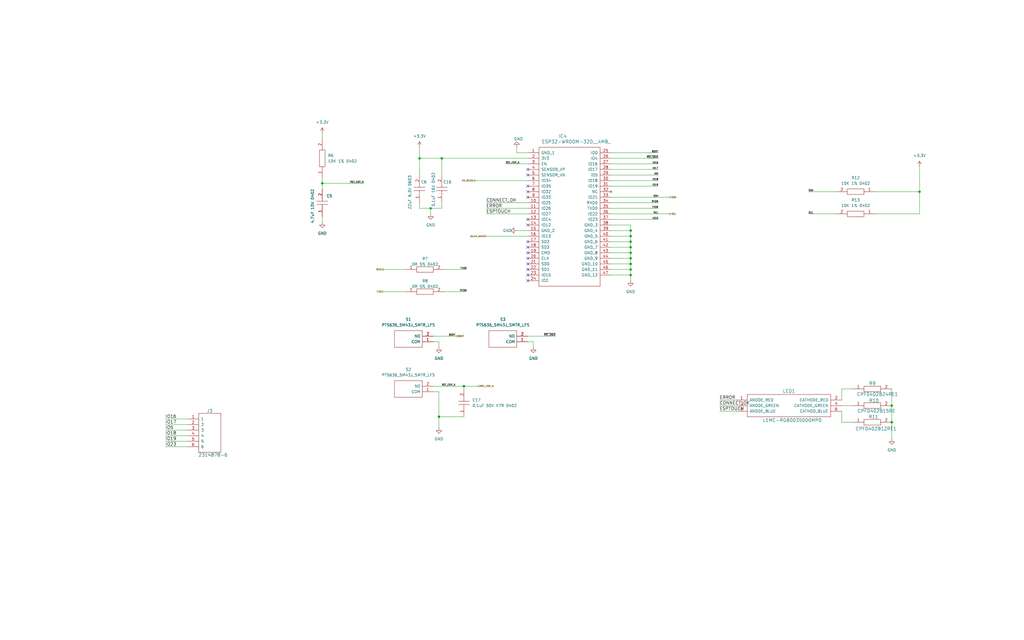
<source format=kicad_sch>
(kicad_sch (version 20211123) (generator eeschema)
  (paper "User" 468.147 292.633)
  (title_block (date "2021-11-15") (rev "v2.0"))
  (lib_symbols
    (symbol "esp32_moisture-eagle-import:2314878-6" (pin_names (offset 1.016))
      (property "Reference" "J" (at 16.51 7.62 0))
      (property "Value" "2314878-6" (at 16.51 5.08 0))
      (symbol "2314878-6_1_0"
        (polyline (pts (xy 5.08 2.54) (xy 5.08 -15.24)))
        (polyline (pts (xy 5.08 2.54) (xy 15.24 2.54)))
        (polyline (pts (xy 15.24 -15.24) (xy 5.08 -15.24)))
        (polyline (pts (xy 15.24 -15.24) (xy 15.24 2.54)))
        (pin bidirectional line (at 0 0 0) (length 5.08) (name "1") (number "1"))
        (pin bidirectional line (at 0 -2.54 0) (length 5.08) (name "2") (number "2"))
        (pin bidirectional line (at 0 -5.08 0) (length 5.08) (name "3") (number "3"))
        (pin bidirectional line (at 0 -7.62 0) (length 5.08) (name "4") (number "4"))
        (pin bidirectional line (at 0 -10.16 0) (length 5.08) (name "5") (number "5"))
        (pin bidirectional line (at 0 -12.7 0) (length 5.08) (name "6") (number "6"))
      )
    )
    (symbol "esp32_moisture-eagle-import:CPF0402B12RE1" (pin_names (offset 1.016))
      (property "Reference" "R" (at 13.97 6.35 0))
      (property "Value" "CPF0402B12RE1" (at 13.97 3.81 0))
      (symbol "CPF0402B12RE1_1_0"
        (polyline (pts (xy 5.08 1.27) (xy 5.08 -1.27)))
        (polyline (pts (xy 5.08 1.27) (xy 12.7 1.27)))
        (polyline (pts (xy 12.7 -1.27) (xy 5.08 -1.27)))
        (polyline (pts (xy 12.7 -1.27) (xy 12.7 1.27)))
        (pin bidirectional line (at 0 0 0) (length 5.08) (name "1") (number "1"))
        (pin bidirectional line (at 17.78 0 180) (length 5.08) (name "2") (number "2"))
      )
    )
    (symbol "esp32_moisture-eagle-import:CPF0402B15RE" (pin_names (offset 1.016))
      (property "Reference" "R" (at 13.97 6.35 0))
      (property "Value" "CPF0402B15RE" (at 13.97 3.81 0))
      (symbol "CPF0402B15RE_1_0"
        (polyline (pts (xy 5.08 1.27) (xy 5.08 -1.27)))
        (polyline (pts (xy 5.08 1.27) (xy 12.7 1.27)))
        (polyline (pts (xy 12.7 -1.27) (xy 5.08 -1.27)))
        (polyline (pts (xy 12.7 -1.27) (xy 12.7 1.27)))
        (pin bidirectional line (at 0 0 0) (length 5.08) (name "1") (number "1"))
        (pin bidirectional line (at 17.78 0 180) (length 5.08) (name "2") (number "2"))
      )
    )
    (symbol "esp32_moisture-eagle-import:CPF0402B24RE1" (pin_names (offset 1.016))
      (property "Reference" "R" (at 13.97 6.35 0))
      (property "Value" "CPF0402B24RE1" (at 13.97 3.81 0))
      (symbol "CPF0402B24RE1_1_0"
        (polyline (pts (xy 5.08 1.27) (xy 5.08 -1.27)))
        (polyline (pts (xy 5.08 1.27) (xy 12.7 1.27)))
        (polyline (pts (xy 12.7 -1.27) (xy 5.08 -1.27)))
        (polyline (pts (xy 12.7 -1.27) (xy 12.7 1.27)))
        (pin bidirectional line (at 0 0 0) (length 5.08) (name "1") (number "1"))
        (pin bidirectional line (at 17.78 0 180) (length 5.08) (name "2") (number "2"))
      )
    )
    (symbol "esp32_moisture-eagle-import:ESP32-WROOM-32D__4MB_" (pin_names (offset 1.016))
      (property "Reference" "IC" (at 34.29 7.62 0))
      (property "Value" "ESP32-WROOM-32D__4MB_" (at 34.29 5.08 0))
      (symbol "ESP32-WROOM-32D__4MB__1_0"
        (polyline (pts (xy 5.08 2.54) (xy 5.08 -60.96)))
        (polyline (pts (xy 5.08 2.54) (xy 33.02 2.54)))
        (polyline (pts (xy 33.02 -60.96) (xy 5.08 -60.96)))
        (polyline (pts (xy 33.02 -60.96) (xy 33.02 2.54)))
        (pin bidirectional line (at 0 0 0) (length 5.08) (name "GND_1") (number "1"))
        (pin bidirectional line (at 0 -22.86 0) (length 5.08) (name "IO25") (number "10"))
        (pin bidirectional line (at 0 -25.4 0) (length 5.08) (name "IO26") (number "11"))
        (pin bidirectional line (at 0 -27.94 0) (length 5.08) (name "IO27") (number "12"))
        (pin bidirectional line (at 0 -30.48 0) (length 5.08) (name "IO14") (number "13"))
        (pin bidirectional line (at 0 -33.02 0) (length 5.08) (name "IO12") (number "14"))
        (pin bidirectional line (at 0 -35.56 0) (length 5.08) (name "GND_2") (number "15"))
        (pin bidirectional line (at 0 -38.1 0) (length 5.08) (name "IO13") (number "16"))
        (pin bidirectional line (at 0 -40.64 0) (length 5.08) (name "SD2") (number "17"))
        (pin bidirectional line (at 0 -43.18 0) (length 5.08) (name "SD3") (number "18"))
        (pin bidirectional line (at 0 -45.72 0) (length 5.08) (name "CMD") (number "19"))
        (pin bidirectional line (at 0 -2.54 0) (length 5.08) (name "3V3") (number "2"))
        (pin bidirectional line (at 0 -48.26 0) (length 5.08) (name "CLK") (number "20"))
        (pin bidirectional line (at 0 -50.8 0) (length 5.08) (name "SD0") (number "21"))
        (pin bidirectional line (at 0 -53.34 0) (length 5.08) (name "SD1") (number "22"))
        (pin bidirectional line (at 0 -55.88 0) (length 5.08) (name "IO15") (number "23"))
        (pin bidirectional line (at 0 -58.42 0) (length 5.08) (name "IO2") (number "24"))
        (pin bidirectional line (at 38.1 0 180) (length 5.08) (name "IO0") (number "25"))
        (pin bidirectional line (at 38.1 -2.54 180) (length 5.08) (name "IO4") (number "26"))
        (pin bidirectional line (at 38.1 -5.08 180) (length 5.08) (name "IO16") (number "27"))
        (pin bidirectional line (at 38.1 -7.62 180) (length 5.08) (name "IO17") (number "28"))
        (pin bidirectional line (at 38.1 -10.16 180) (length 5.08) (name "IO5") (number "29"))
        (pin bidirectional line (at 0 -5.08 0) (length 5.08) (name "EN") (number "3"))
        (pin bidirectional line (at 38.1 -12.7 180) (length 5.08) (name "IO18") (number "30"))
        (pin bidirectional line (at 38.1 -15.24 180) (length 5.08) (name "IO19") (number "31"))
        (pin no_connect line (at 38.1 -17.78 180) (length 5.08) (name "NC") (number "32"))
        (pin bidirectional line (at 38.1 -20.32 180) (length 5.08) (name "IO21") (number "33"))
        (pin bidirectional line (at 38.1 -22.86 180) (length 5.08) (name "RXD0") (number "34"))
        (pin bidirectional line (at 38.1 -25.4 180) (length 5.08) (name "TXD0") (number "35"))
        (pin bidirectional line (at 38.1 -27.94 180) (length 5.08) (name "IO22") (number "36"))
        (pin bidirectional line (at 38.1 -30.48 180) (length 5.08) (name "IO23") (number "37"))
        (pin bidirectional line (at 38.1 -33.02 180) (length 5.08) (name "GND_3") (number "38"))
        (pin bidirectional line (at 38.1 -35.56 180) (length 5.08) (name "GND_4") (number "39"))
        (pin bidirectional line (at 0 -7.62 0) (length 5.08) (name "SENSOR_VP") (number "4"))
        (pin bidirectional line (at 38.1 -38.1 180) (length 5.08) (name "GND_5") (number "40"))
        (pin bidirectional line (at 38.1 -40.64 180) (length 5.08) (name "GND_6") (number "41"))
        (pin bidirectional line (at 38.1 -43.18 180) (length 5.08) (name "GND_7") (number "42"))
        (pin bidirectional line (at 38.1 -45.72 180) (length 5.08) (name "GND_8") (number "43"))
        (pin bidirectional line (at 38.1 -48.26 180) (length 5.08) (name "GND_9") (number "44"))
        (pin bidirectional line (at 38.1 -50.8 180) (length 5.08) (name "GND_10") (number "45"))
        (pin bidirectional line (at 38.1 -53.34 180) (length 5.08) (name "GND_11") (number "46"))
        (pin bidirectional line (at 38.1 -55.88 180) (length 5.08) (name "GND_12") (number "47"))
        (pin bidirectional line (at 0 -10.16 0) (length 5.08) (name "SENSOR_VN") (number "5"))
        (pin bidirectional line (at 0 -12.7 0) (length 5.08) (name "IO34") (number "6"))
        (pin bidirectional line (at 0 -15.24 0) (length 5.08) (name "IO35") (number "7"))
        (pin bidirectional line (at 0 -17.78 0) (length 5.08) (name "IO32") (number "8"))
        (pin bidirectional line (at 0 -20.32 0) (length 5.08) (name "IO33") (number "9"))
      )
    )
    (symbol "esp32_moisture-eagle-import:FRAME_B_L" (pin_names (offset 1.016))
      (symbol "FRAME_B_L_2_0"
        (polyline (pts (xy 0 0) (xy 0 5.08)))
        (polyline (pts (xy 0 0) (xy 71.12 0)))
        (polyline (pts (xy 0 5.08) (xy 0 15.24)))
        (polyline (pts (xy 0 5.08) (xy 71.12 5.08)))
        (polyline (pts (xy 0 15.24) (xy 0 22.86)))
        (polyline (pts (xy 0 22.86) (xy 0 35.56)))
        (polyline (pts (xy 0 22.86) (xy 101.6 22.86)))
        (polyline (pts (xy 71.12 0) (xy 101.6 0)))
        (polyline (pts (xy 71.12 5.08) (xy 71.12 0)))
        (polyline (pts (xy 71.12 5.08) (xy 87.63 5.08)))
        (polyline (pts (xy 87.63 5.08) (xy 101.6 5.08)))
        (polyline (pts (xy 87.63 15.24) (xy 0 15.24)))
        (polyline (pts (xy 87.63 15.24) (xy 87.63 5.08)))
        (polyline (pts (xy 101.6 5.08) (xy 101.6 0)))
        (polyline (pts (xy 101.6 15.24) (xy 87.63 15.24)))
        (polyline (pts (xy 101.6 15.24) (xy 101.6 5.08)))
        (polyline (pts (xy 101.6 22.86) (xy 101.6 15.24)))
        (polyline (pts (xy 101.6 35.56) (xy 0 35.56)))
        (polyline (pts (xy 101.6 35.56) (xy 101.6 22.86)))
        (text ">DRAWING_NAME" (at 17.78 19.05 0) (effects (font (size 2.159 2.159)) (justify left bottom)))
        (text ">LAST_DATE_TIME" (at 12.7 1.27 0) (effects (font (size 2.159 2.159)) (justify left bottom)))
        (text ">SHEET" (at 86.36 1.27 0) (effects (font (size 2.159 2.159)) (justify left bottom)))
        (text "Date:" (at 1.27 1.27 0) (effects (font (size 2.159 2.159)) (justify left bottom)))
        (text "Document Number:" (at 1.27 11.43 0) (effects (font (size 2.159 2.159)) (justify left bottom)))
        (text "REV:" (at 88.9 11.43 0) (effects (font (size 2.159 2.159)) (justify left bottom)))
        (text "Sheet:" (at 72.39 1.27 0) (effects (font (size 2.159 2.159)) (justify left bottom)))
        (text "TITLE:" (at 1.27 19.05 0) (effects (font (size 2.159 2.159)) (justify left bottom)))
      )
    )
    (symbol "esp32_moisture-eagle-import:L1MC-RGB0035000MP0" (pin_names (offset 1.016))
      (property "Reference" "LED" (at 44.45 7.62 0))
      (property "Value" "L1MC-RGB0035000MP0" (at 44.45 5.08 0))
      (symbol "L1MC-RGB0035000MP0_1_0"
        (polyline (pts (xy 5.08 2.54) (xy 5.08 -7.62)))
        (polyline (pts (xy 5.08 2.54) (xy 43.18 2.54)))
        (polyline (pts (xy 43.18 -7.62) (xy 5.08 -7.62)))
        (polyline (pts (xy 43.18 -7.62) (xy 43.18 2.54)))
        (pin bidirectional line (at 0 0 0) (length 5.08) (name "ANODE_RED") (number "1"))
        (pin bidirectional line (at 48.26 0 180) (length 5.08) (name "CATHODE_RED") (number "2"))
        (pin bidirectional line (at 0 -2.54 0) (length 5.08) (name "ANODE_GREEN") (number "3"))
        (pin bidirectional line (at 48.26 -2.54 180) (length 5.08) (name "CATHODE_GREEN") (number "4"))
        (pin bidirectional line (at 0 -5.08 0) (length 5.08) (name "ANODE_BLUE") (number "5"))
        (pin bidirectional line (at 48.26 -5.08 180) (length 5.08) (name "CATHOD_BLUE") (number "6"))
      )
    )
    (symbol "my_cap:0.1uF 16V 0402" (pin_names (offset 0.762))
      (property "Reference" "C" (at 8.89 6.35 0))
      (property "Value" "0.1uF 16V 0402" (at 8.89 3.81 0))
      (symbol "0.1uF 16V 0402_0_0"
        (pin passive line (at 0 0 0) (length 5.08) (name "~") (number "1"))
        (pin passive line (at 12.7 0 180) (length 5.08) (name "~") (number "2"))
      )
      (symbol "0.1uF 16V 0402_0_1"
        (polyline (pts (xy 5.08 0) (xy 5.588 0)) (stroke (width 0.1524)))
        (polyline (pts (xy 5.588 2.54) (xy 5.588 -2.54)) (stroke (width 0.1524)))
        (polyline (pts (xy 7.112 0) (xy 7.62 0)) (stroke (width 0.1524)))
        (polyline (pts (xy 7.112 2.54) (xy 7.112 -2.54)) (stroke (width 0.1524)))
      )
    )
    (symbol "my_cap:0.1uF 50V X7R 0402" (pin_names (offset 0.762))
      (property "Reference" "C" (at 8.89 6.35 0))
      (property "Value" "0.1uF 50V X7R 0402" (at 8.89 3.81 0))
      (symbol "0.1uF 50V X7R 0402_0_0"
        (pin passive line (at 0 0 0) (length 5.08) (name "~") (number "1"))
        (pin passive line (at 12.7 0 180) (length 5.08) (name "~") (number "2"))
      )
      (symbol "0.1uF 50V X7R 0402_0_1"
        (polyline (pts (xy 5.08 0) (xy 5.588 0)) (stroke (width 0.1524)))
        (polyline (pts (xy 5.588 2.54) (xy 5.588 -2.54)) (stroke (width 0.1524)))
        (polyline (pts (xy 7.112 0) (xy 7.62 0)) (stroke (width 0.1524)))
        (polyline (pts (xy 7.112 2.54) (xy 7.112 -2.54)) (stroke (width 0.1524)))
      )
    )
    (symbol "my_cap:22uF 6.3V 0603" (pin_names (offset 0.762))
      (property "Reference" "C" (at 8.89 6.35 0))
      (property "Value" "22uF 6.3V 0603" (at 8.89 3.81 0))
      (symbol "22uF 6.3V 0603_0_0"
        (pin passive line (at 0 0 0) (length 5.08) (name "~") (number "1"))
        (pin passive line (at 12.7 0 180) (length 5.08) (name "~") (number "2"))
      )
      (symbol "22uF 6.3V 0603_0_1"
        (polyline (pts (xy 5.08 0) (xy 5.588 0)) (stroke (width 0.1524)))
        (polyline (pts (xy 5.588 2.54) (xy 5.588 -2.54)) (stroke (width 0.1524)))
        (polyline (pts (xy 7.112 0) (xy 7.62 0)) (stroke (width 0.1524)))
        (polyline (pts (xy 7.112 2.54) (xy 7.112 -2.54)) (stroke (width 0.1524)))
      )
    )
    (symbol "my_cap:4.7uF 10V 0402" (pin_names (offset 0.762))
      (property "Reference" "C" (at 8.89 6.35 0))
      (property "Value" "4.7uF 10V 0402" (at 8.89 3.81 0))
      (symbol "4.7uF 10V 0402_0_0"
        (pin passive line (at 0 0 0) (length 5.08) (name "~") (number "1"))
        (pin passive line (at 12.7 0 180) (length 5.08) (name "~") (number "2"))
      )
      (symbol "4.7uF 10V 0402_0_1"
        (polyline (pts (xy 5.08 0) (xy 5.588 0)) (stroke (width 0.1524)))
        (polyline (pts (xy 5.588 2.54) (xy 5.588 -2.54)) (stroke (width 0.1524)))
        (polyline (pts (xy 7.112 0) (xy 7.62 0)) (stroke (width 0.1524)))
        (polyline (pts (xy 7.112 2.54) (xy 7.112 -2.54)) (stroke (width 0.1524)))
      )
    )
    (symbol "my_con:PTS636_SM43J_SMTR_LFS" (pin_names (offset 0.762))
      (property "Reference" "S" (at 19.05 7.62 0))
      (property "Value" "PTS636_SM43J_SMTR_LFS" (at 19.05 5.08 0))
      (symbol "PTS636_SM43J_SMTR_LFS_0_0"
        (pin passive line (at 0 0 0) (length 5.08) (name "COM") (number "1"))
        (pin passive line (at 0 -2.54 0) (length 5.08) (name "NO") (number "2"))
      )
      (symbol "PTS636_SM43J_SMTR_LFS_0_1"
        (polyline (pts (xy 5.08 2.54) (xy 17.78 2.54) (xy 17.78 -5.08) (xy 5.08 -5.08) (xy 5.08 2.54)) (stroke (width 0.1524)))
      )
    )
    (symbol "my_res:0R 5% 0402" (pin_names (offset 0.762))
      (property "Reference" "R" (at 13.97 6.35 0))
      (property "Value" "0R 5% 0402" (at 13.97 3.81 0))
      (symbol "0R 5% 0402_0_0"
        (pin passive line (at 0 0 0) (length 5.08) (name "~") (number "1"))
        (pin passive line (at 17.78 0 180) (length 5.08) (name "~") (number "2"))
      )
      (symbol "0R 5% 0402_0_1"
        (polyline (pts (xy 5.08 1.27) (xy 12.7 1.27) (xy 12.7 -1.27) (xy 5.08 -1.27) (xy 5.08 1.27)) (stroke (width 0.1524)))
      )
    )
    (symbol "my_res:10K 1% 0402" (pin_names (offset 0.762))
      (property "Reference" "R" (at 13.97 6.35 0))
      (property "Value" "10K 1% 0402" (at 13.97 3.81 0))
      (symbol "10K 1% 0402_0_0"
        (pin passive line (at 0 0 0) (length 5.08) (name "~") (number "1"))
        (pin passive line (at 17.78 0 180) (length 5.08) (name "~") (number "2"))
      )
      (symbol "10K 1% 0402_0_1"
        (polyline (pts (xy 5.08 1.27) (xy 12.7 1.27) (xy 12.7 -1.27) (xy 5.08 -1.27) (xy 5.08 1.27)) (stroke (width 0.1524)))
      )
    )
    (symbol "power:+3.3V" (power) (pin_names (offset 0))
      (property "Value" "+3.3V" (at 0 3.556 0))
      (symbol "+3.3V_0_1"
        (polyline (pts (xy -0.762 1.27) (xy 0 2.54)))
        (polyline (pts (xy 0 0) (xy 0 2.54)))
        (polyline (pts (xy 0 2.54) (xy 0.762 1.27)))
      )
      (symbol "+3.3V_1_1"
        (pin power_in line (at 0 0 90) (length 0) hide (name "+3.3V") (number "1"))
      )
    )
    (symbol "power:GND" (power) (pin_names (offset 0))
      (property "Value" "GND" (at 0 -3.81 0))
      (symbol "GND_0_1"
        (polyline (pts (xy 0 0) (xy 0 -1.27) (xy 1.27 -1.27) (xy 0 -2.54) (xy -1.27 -1.27) (xy 0 -1.27)))
      )
      (symbol "GND_1_1"
        (pin power_in line (at 0 0 270) (length 0) hide (name "GND") (number "1"))
      )
    )
  )
  (junction (at 288.29 125.73))
  (junction (at 407.67 193.04))
  (junction (at 288.29 120.65))
  (junction (at 288.29 110.49))
  (junction (at 407.67 185.42))
  (junction (at 288.29 115.57))
  (junction (at 196.85 95.25))
  (junction (at 288.29 107.95))
  (junction (at 288.29 113.03))
  (junction (at 420.37 87.63))
  (junction (at 288.29 118.11))
  (junction (at 288.29 105.41))
  (junction (at 212.09 176.53))
  (junction (at 200.66 190.5))
  (junction (at 201.93 72.39))
  (junction (at 147.32 83.82))
  (junction (at 288.29 123.19))
  (junction (at 191.77 72.39))
  (no_connect (at 241.3 85.09))
  (no_connect (at 241.3 87.63))
  (no_connect (at 241.3 90.17))
  (no_connect (at 241.3 77.47))
  (no_connect (at 241.3 80.01))
  (no_connect (at 241.3 100.33))
  (no_connect (at 241.3 102.87))
  (no_connect (at 241.3 110.49))
  (no_connect (at 241.3 113.03))
  (no_connect (at 241.3 115.57))
  (no_connect (at 241.3 118.11))
  (no_connect (at 241.3 120.65))
  (no_connect (at 241.3 123.19))
  (no_connect (at 241.3 125.73))
  (no_connect (at 241.3 128.27))
  (wire (pts (xy 236.22 69.85) (xy 236.22 67.31)))
  (wire (pts (xy 389.89 185.42) (xy 384.81 185.42)))
  (wire (pts (xy 279.4 80.01) (xy 300.99 80.01)))
  (wire (pts (xy 243.84 156.21) (xy 243.84 158.75)))
  (wire (pts (xy 147.32 81.28) (xy 147.32 83.82)))
  (wire (pts (xy 85.7504 199.1614) (xy 75.5904 199.1614)))
  (wire (pts (xy 288.29 123.19) (xy 279.4 123.19)))
  (wire (pts (xy 241.3 105.41) (xy 236.22 105.41)))
  (wire (pts (xy 279.4 82.55) (xy 300.99 82.55)))
  (wire (pts (xy 288.29 110.49) (xy 288.29 113.03)))
  (wire (pts (xy 198.12 179.07) (xy 200.66 179.07)))
  (wire (pts (xy 185.42 133.35) (xy 175.26 133.35)))
  (wire (pts (xy 241.3 156.21) (xy 243.84 156.21)))
  (wire (pts (xy 279.4 77.47) (xy 300.99 77.47)))
  (wire (pts (xy 198.12 176.53) (xy 212.09 176.53)))
  (wire (pts (xy 288.29 125.73) (xy 288.29 128.27)))
  (wire (pts (xy 185.42 123.19) (xy 175.26 123.19)))
  (wire (pts (xy 288.29 113.03) (xy 279.4 113.03)))
  (wire (pts (xy 241.3 97.79) (xy 222.25 97.79)))
  (wire (pts (xy 288.29 113.03) (xy 288.29 115.57)))
  (wire (pts (xy 191.77 72.39) (xy 191.77 80.01)))
  (wire (pts (xy 306.07 90.17) (xy 279.4 90.17)))
  (wire (pts (xy 217.17 82.55) (xy 241.3 82.55)))
  (wire (pts (xy 198.12 153.67) (xy 208.28 153.67)))
  (wire (pts (xy 203.2 133.35) (xy 213.36 133.35)))
  (wire (pts (xy 279.4 72.39) (xy 300.99 72.39)))
  (wire (pts (xy 191.77 92.71) (xy 191.77 95.25)))
  (wire (pts (xy 241.3 74.93) (xy 231.14 74.93)))
  (wire (pts (xy 279.4 74.93) (xy 300.99 74.93)))
  (wire (pts (xy 241.3 69.85) (xy 236.22 69.85)))
  (wire (pts (xy 241.3 153.67) (xy 254 153.67)))
  (wire (pts (xy 288.29 105.41) (xy 288.29 107.95)))
  (wire (pts (xy 147.32 99.06) (xy 147.32 101.6)))
  (wire (pts (xy 241.3 95.25) (xy 222.25 95.25)))
  (wire (pts (xy 420.37 87.63) (xy 420.37 97.79)))
  (wire (pts (xy 328.93 187.96) (xy 336.55 187.96)))
  (wire (pts (xy 420.37 97.79) (xy 400.05 97.79)))
  (wire (pts (xy 241.3 72.39) (xy 201.93 72.39)))
  (wire (pts (xy 407.67 193.04) (xy 407.67 200.66)))
  (wire (pts (xy 200.66 156.21) (xy 200.66 158.75)))
  (wire (pts (xy 200.66 179.07) (xy 200.66 190.5)))
  (wire (pts (xy 222.25 107.95) (xy 241.3 107.95)))
  (wire (pts (xy 85.7504 201.7014) (xy 75.5904 201.7014)))
  (wire (pts (xy 328.93 185.42) (xy 336.55 185.42)))
  (wire (pts (xy 288.29 115.57) (xy 288.29 118.11)))
  (wire (pts (xy 288.29 110.49) (xy 279.4 110.49)))
  (wire (pts (xy 212.09 176.53) (xy 218.44 176.53)))
  (wire (pts (xy 288.29 102.87) (xy 279.4 102.87)))
  (wire (pts (xy 279.4 95.25) (xy 300.99 95.25)))
  (wire (pts (xy 147.32 60.96) (xy 147.32 63.5)))
  (wire (pts (xy 85.7504 196.6214) (xy 75.5904 196.6214)))
  (wire (pts (xy 212.09 176.53) (xy 212.09 177.8)))
  (wire (pts (xy 306.07 97.79) (xy 279.4 97.79)))
  (wire (pts (xy 191.77 67.31) (xy 191.77 72.39)))
  (wire (pts (xy 288.29 125.73) (xy 279.4 125.73)))
  (wire (pts (xy 288.29 115.57) (xy 279.4 115.57)))
  (wire (pts (xy 389.89 177.8) (xy 384.81 177.8)))
  (wire (pts (xy 288.29 107.95) (xy 279.4 107.95)))
  (wire (pts (xy 196.85 95.25) (xy 201.93 95.25)))
  (wire (pts (xy 241.3 92.71) (xy 222.25 92.71)))
  (wire (pts (xy 369.57 97.79) (xy 382.27 97.79)))
  (wire (pts (xy 288.29 118.11) (xy 279.4 118.11)))
  (wire (pts (xy 85.7504 204.2414) (xy 75.5904 204.2414)))
  (wire (pts (xy 200.66 190.5) (xy 212.09 190.5)))
  (wire (pts (xy 196.85 95.25) (xy 196.85 97.79)))
  (wire (pts (xy 328.93 182.88) (xy 336.55 182.88)))
  (wire (pts (xy 288.29 123.19) (xy 288.29 125.73)))
  (wire (pts (xy 191.77 95.25) (xy 196.85 95.25)))
  (wire (pts (xy 201.93 95.25) (xy 201.93 92.71)))
  (wire (pts (xy 420.37 76.2) (xy 420.37 87.63)))
  (wire (pts (xy 85.7504 191.5414) (xy 75.5904 191.5414)))
  (wire (pts (xy 407.67 177.8) (xy 407.67 185.42)))
  (wire (pts (xy 147.32 83.82) (xy 147.32 86.36)))
  (wire (pts (xy 400.05 87.63) (xy 420.37 87.63)))
  (wire (pts (xy 279.4 69.85) (xy 300.99 69.85)))
  (wire (pts (xy 147.32 83.82) (xy 166.37 83.82)))
  (wire (pts (xy 201.93 72.39) (xy 201.93 80.01)))
  (wire (pts (xy 369.57 87.63) (xy 382.27 87.63)))
  (wire (pts (xy 198.12 156.21) (xy 200.66 156.21)))
  (wire (pts (xy 288.29 102.87) (xy 288.29 105.41)))
  (wire (pts (xy 203.2 123.19) (xy 213.36 123.19)))
  (wire (pts (xy 200.66 190.5) (xy 200.66 195.58)))
  (wire (pts (xy 407.67 185.42) (xy 407.67 193.04)))
  (wire (pts (xy 288.29 120.65) (xy 279.4 120.65)))
  (wire (pts (xy 279.4 92.71) (xy 300.99 92.71)))
  (wire (pts (xy 201.93 72.39) (xy 191.77 72.39)))
  (wire (pts (xy 384.81 187.96) (xy 384.81 193.04)))
  (wire (pts (xy 279.4 85.09) (xy 300.99 85.09)))
  (wire (pts (xy 288.29 118.11) (xy 288.29 120.65)))
  (wire (pts (xy 384.81 177.8) (xy 384.81 182.88)))
  (wire (pts (xy 288.29 120.65) (xy 288.29 123.19)))
  (wire (pts (xy 279.4 100.33) (xy 300.99 100.33)))
  (wire (pts (xy 384.81 193.04) (xy 389.89 193.04)))
  (wire (pts (xy 288.29 107.95) (xy 288.29 110.49)))
  (wire (pts (xy 85.7504 194.0814) (xy 75.5904 194.0814)))
  (wire (pts (xy 288.29 105.41) (xy 279.4 105.41)))
  (label "RXD0" (at 300.99 92.71 180) (effects (font (size 0.762 0.762))))
  (label "TXD0" (at 213.36 123.19 180) (effects (font (size 0.762 0.762))))
  (label "SCL" (at 369.57 97.79 0) (effects (font (size 0.762 0.762))))
  (label "IO23" (at 300.99 100.33 180) (effects (font (size 0.762 0.762))))
  (label "~{RST_SSID}" (at 300.99 72.39 180) (effects (font (size 0.762 0.762))))
  (label "SDA" (at 300.99 90.17 180) (effects (font (size 0.762 0.762))))
  (label "ERROR" (at 328.93 182.88 0) (effects (font (size 1.4224 1.4224))))
  (label "IO18" (at 300.99 82.55 180) (effects (font (size 0.762 0.762))))
  (label "IO23" (at 75.5904 204.2414 0) (effects (font (size 1.4224 1.4224))))
  (label "IO17" (at 75.5904 194.0814 0) (effects (font (size 1.4224 1.4224))))
  (label "RST_ESP_N" (at 208.28 176.53 180) (effects (font (size 0.762 0.762))))
  (label "IO16" (at 75.5904 191.5414 0) (effects (font (size 1.4224 1.4224))))
  (label "BOOT" (at 300.99 69.85 180) (effects (font (size 0.762 0.762))))
  (label "RST_ESP_N" (at 166.37 83.82 180) (effects (font (size 0.762 0.762))))
  (label "IO19" (at 300.99 85.09 180) (effects (font (size 0.762 0.762))))
  (label "CONNECT_OK" (at 222.25 92.71 0) (effects (font (size 1.4224 1.4224))))
  (label "IO18" (at 75.5904 199.1614 0) (effects (font (size 1.4224 1.4224))))
  (label "RXD0" (at 213.36 133.35 180) (effects (font (size 0.762 0.762))))
  (label "BOOT" (at 208.28 153.67 180) (effects (font (size 0.762 0.762))))
  (label "IO17" (at 300.99 77.47 180) (effects (font (size 0.762 0.762))))
  (label "IO16" (at 300.99 74.93 180) (effects (font (size 0.762 0.762))))
  (label "SDA" (at 369.57 87.63 0) (effects (font (size 0.762 0.762))))
  (label "IO19" (at 75.5904 201.7014 0) (effects (font (size 1.4224 1.4224))))
  (label "IO5" (at 75.5904 196.6214 0) (effects (font (size 1.4224 1.4224))))
  (label "TXD0" (at 300.99 95.25 180) (effects (font (size 0.762 0.762))))
  (label "~{RST_SSID}" (at 254 153.67 180) (effects (font (size 0.762 0.762))))
  (label "ERROR" (at 222.25 95.25 0) (effects (font (size 1.4224 1.4224))))
  (label "SCL" (at 300.99 97.79 180) (effects (font (size 0.762 0.762))))
  (label "IO5" (at 300.99 80.01 180) (effects (font (size 0.762 0.762))))
  (label "ESPTOUCH" (at 222.25 97.79 0) (effects (font (size 1.4224 1.4224))))
  (label "CONNECT_OK" (at 328.93 185.42 0) (effects (font (size 1.4224 1.4224))))
  (label "ESPTOUCH" (at 328.93 187.96 0) (effects (font (size 1.4224 1.4224))))
  (label "RST_ESP_N" (at 231.14 74.93 0) (effects (font (size 0.762 0.762))))
  (hierarchical_label "SDA" (shape bidirectional) (at 306.07 90.17 0) (effects (font (size 0.762 0.762))))
  (hierarchical_label "EN_SENS" (shape output) (at 217.17 82.55 180) (effects (font (size 0.762 0.762))))
  (hierarchical_label "SCL" (shape output) (at 306.07 97.79 0) (effects (font (size 0.762 0.762))))
  (hierarchical_label "BOOT" (shape input) (at 208.28 153.67 0) (effects (font (size 0.762 0.762))))
  (hierarchical_label "RXD" (shape output) (at 175.26 123.19 180) (effects (font (size 0.762 0.762))))
  (hierarchical_label "RST_ESP_N" (shape input) (at 218.44 176.53 0) (effects (font (size 0.762 0.762))))
  (hierarchical_label "touch_sens" (shape input) (at 222.25 107.95 180) (effects (font (size 0.762 0.762))))
  (hierarchical_label "TXD" (shape input) (at 175.26 133.35 180) (effects (font (size 0.762 0.762))))
  (symbol (lib_id "esp32_moisture-eagle-import:ESP32-WROOM-32D__4MB_") (at 241.3 69.85 0) (unit 1)
    (property "Reference" "IC4" (at 255.27 62.23 0) (effects (font (size 1.4986 1.4986)) (justify left)))
    (property "Value" "ESP32-WROOM-32D__4MB_" (at 247.65 64.77 0) (effects (font (size 1.4986 1.4986)) (justify left)))
    (property "Footprint" "esp32_moisture:ESP32WROOM32D4MB" (effects hide))
  )
  (symbol (lib_id "esp32_moisture-eagle-import:CPF0402B15RE") (at 389.89 185.42 0) (unit 1)
    (property "Reference" "R10" (at 397.2306 183.134 0) (effects (font (size 1.4986 1.4986)) (justify left)))
    (property "Value" "CPF0402B15RE" (at 391.9474 187.8584 0) (effects (font (size 1.4986 1.4986)) (justify left)))
    (property "Footprint" "esp32_moisture:RESC1005X35N" (effects hide))
  )
  (symbol (lib_id "esp32_moisture-eagle-import:CPF0402B24RE1") (at 389.89 177.8 0) (unit 1)
    (property "Reference" "R9" (at 397.2306 175.2854 0) (effects (font (size 1.4986 1.4986)) (justify left)))
    (property "Value" "CPF0402B24RE1" (at 391.6934 180.2384 0) (effects (font (size 1.4986 1.4986)) (justify left)))
    (property "Footprint" "esp32_moisture:RESC1005X35N" (effects hide))
  )
  (symbol (lib_id "esp32_moisture-eagle-import:2314878-6") (at 85.7504 191.5414 0) (unit 1)
    (property "Reference" "J3" (at 94.4372 187.833 0) (effects (font (size 1.4986 1.4986)) (justify left)))
    (property "Value" "2314878-6" (at 90.6018 207.9752 0) (effects (font (size 1.4986 1.4986)) (justify left)))
    (property "Footprint" "esp32_moisture:RHDR6W40P0X200_1X6_1200X210X45" (effects hide))
  )
  (symbol (lib_id "esp32_moisture-eagle-import:L1MC-RGB0035000MP0") (at 336.55 182.88 0) (unit 1)
    (property "Reference" "LED1" (at 357.8098 178.7906 0) (effects (font (size 1.4986 1.4986)) (justify left)))
    (property "Value" "L1MC-RGB0035000MP0" (at 348.615 192.1002 0) (effects (font (size 1.4986 1.4986)) (justify left)))
    (property "Footprint" "esp32_moisture:L1MCRGB0035000MP0" (effects hide))
  )
  (symbol (lib_id "esp32_moisture-eagle-import:CPF0402B12RE1") (at 389.89 193.04 0) (unit 1)
    (property "Reference" "R11" (at 397.002 190.5762 0) (effects (font (size 1.4986 1.4986)) (justify left)))
    (property "Value" "CPF0402B12RE1" (at 391.0584 195.9864 0) (effects (font (size 1.4986 1.4986)) (justify left)))
    (property "Footprint" "esp32_moisture:RESC1005X35N" (effects hide))
  )
  (symbol (lib_id "esp32_moisture-eagle-import:FRAME_B_L") (at 20.32 271.78 0) (unit 1)
    (property "Reference" "#FRAME2" (effects hide))
    (property "Value" "FRAME_B_L" (effects hide))
  )
  (symbol (lib_id "power:GND") (at 196.85 97.79 0) (unit 1)
    (property "Reference" "#PWR013" (effects hide))
    (property "Value" "GND" (at 196.85 102.87 0))
  )
  (symbol (lib_id "my_con:PTS636_SM43J_SMTR_LFS") (at 198.12 156.21 180) (unit 1)
    (property "Reference" "S1" (at 186.69 146.05 0))
    (property "Value" "PTS636_SM43J_SMTR_LFS" (at 186.69 148.59 0))
    (property "Footprint" "PTS636SM43JSMTRLFS" (effects hide))
    (property "Datasheet" "https://componentsearchengine.com/Datasheets/1/PTS636 SM43J SMTR LFS.pdf" (effects hide))
    (property "Description" "Tactile Switches Tact 50mA 12VDC, 6.0x3.5, 4.3mm H, 180gf, J leads, No ground pin, Black Actuator" (effects hide))
    (property "Height" "4.3" (effects hide))
    (property "Mouser Part Number" "611-PTS636SM43JSMTRL" (effects hide))
    (property "Mouser Price/Stock" "https://www.mouser.co.uk/ProductDetail/CK/PTS636-SM43J-SMTR-LFS?qs=vLWxofP3U2wboJ6ciMafNg%3D%3D" (effects hide))
    (property "Manufacturer_Name" "C & K COMPONENTS" (effects hide))
    (property "Manufacturer_Part_Number" "PTS636 SM43J SMTR LFS" (effects hide))
  )
  (symbol (lib_id "my_res:0R 5% 0402") (at 185.42 133.35 0) (unit 1)
    (property "Reference" "R8" (at 194.31 128.431 0))
    (property "Value" "0R 5% 0402" (at 194.31 130.9679 0))
    (property "Footprint" "R_0402_1005Metric" (effects hide))
    (property "Datasheet" "https://www.bourns.com/pdfs/CR0402.pdf" (effects hide))
    (property "Description" "SMD 0402 thick film resistor jumper 0R Bourns CR0402 Series Thick Film Surface Mount Fixed Resistor 402 Case 0 +/-5% 0.063W -250  +500ppm/C" (effects hide))
    (property "Height" "0.4" (effects hide))
    (property "Manufacturer_Name" "Bourns" (effects hide))
    (property "Manufacturer_Part_Number" "CR0402-J/-000GLF" (effects hide))
    (property "Mouser Part Number" "652-CR0402-J/-000GLF" (effects hide))
    (property "Mouser Price/Stock" "https://www.mouser.co.uk/ProductDetail/Bourns/CR0402-J-000GLF?qs=fUi2qSStIGAdmnvM3j05pw%3D%3D" (effects hide))
    (property "Arrow Part Number" "CR0402-J/-000GLF" (effects hide))
    (property "Arrow Price/Stock" "https://www.arrow.com/en/products/cr0402-j-000glf/bourns?region=nac" (effects hide))
  )
  (symbol (lib_id "my_con:PTS636_SM43J_SMTR_LFS") (at 198.12 179.07 180) (unit 1)
    (property "Reference" "S2" (at 186.69 168.91 0))
    (property "Value" "PTS636_SM43J_SMTR_LFS" (at 186.69 171.45 0))
    (property "Footprint" "PTS636SM43JSMTRLFS" (effects hide))
    (property "Datasheet" "https://componentsearchengine.com/Datasheets/1/PTS636 SM43J SMTR LFS.pdf" (effects hide))
    (property "Description" "Tactile Switches Tact 50mA 12VDC, 6.0x3.5, 4.3mm H, 180gf, J leads, No ground pin, Black Actuator" (effects hide))
    (property "Height" "4.3" (effects hide))
    (property "Mouser Part Number" "611-PTS636SM43JSMTRL" (effects hide))
    (property "Mouser Price/Stock" "https://www.mouser.co.uk/ProductDetail/CK/PTS636-SM43J-SMTR-LFS?qs=vLWxofP3U2wboJ6ciMafNg%3D%3D" (effects hide))
    (property "Manufacturer_Name" "C & K COMPONENTS" (effects hide))
    (property "Manufacturer_Part_Number" "PTS636 SM43J SMTR LFS" (effects hide))
  )
  (symbol (lib_id "my_res:0R 5% 0402") (at 185.42 123.19 0) (unit 1)
    (property "Reference" "R7" (at 194.31 118.271 0))
    (property "Value" "0R 5% 0402" (at 194.31 120.8079 0))
    (property "Footprint" "R_0402_1005Metric" (effects hide))
    (property "Datasheet" "https://www.bourns.com/pdfs/CR0402.pdf" (effects hide))
    (property "Description" "SMD 0402 thick film resistor jumper 0R Bourns CR0402 Series Thick Film Surface Mount Fixed Resistor 402 Case 0 +/-5% 0.063W -250  +500ppm/C" (effects hide))
    (property "Height" "0.4" (effects hide))
    (property "Manufacturer_Name" "Bourns" (effects hide))
    (property "Manufacturer_Part_Number" "CR0402-J/-000GLF" (effects hide))
    (property "Mouser Part Number" "652-CR0402-J/-000GLF" (effects hide))
    (property "Mouser Price/Stock" "https://www.mouser.co.uk/ProductDetail/Bourns/CR0402-J-000GLF?qs=fUi2qSStIGAdmnvM3j05pw%3D%3D" (effects hide))
    (property "Arrow Part Number" "CR0402-J/-000GLF" (effects hide))
    (property "Arrow Price/Stock" "https://www.arrow.com/en/products/cr0402-j-000glf/bourns?region=nac" (effects hide))
  )
  (symbol (lib_id "power:+3.3V") (at 147.32 60.96 0) (unit 1)
    (property "Reference" "#PWR0104" (effects hide))
    (property "Value" "+3.3V" (at 147.32 55.88 0))
  )
  (symbol (lib_id "my_res:10K 1% 0402") (at 400.05 87.63 180) (unit 1)
    (property "Reference" "R12" (at 391.16 81.28 0))
    (property "Value" "10K 1% 0402" (at 391.16 83.82 0))
    (property "Footprint" "R_0402_1005Metric" (effects hide))
    (property "Datasheet" "https://www.yageo.com/upload/media/product/productsearch/datasheet/rchip/PYu-AC_51_RoHS_L_7.pdf" (effects hide))
    (property "Description" "Yageo 10k, 0402 Thick Film Resistor 1% 0.0625W - AC0402FR-0710KL" (effects hide))
    (property "Height" "0.37" (effects hide))
    (property "Manufacturer_Name" "YAGEO (PHYCOMP)" (effects hide))
    (property "Manufacturer_Part_Number" "AC0402FR-0710KL" (effects hide))
    (property "Mouser Part Number" "603-AC0402FR-0710KL" (effects hide))
    (property "Mouser Price/Stock" "https://www.mouser.co.uk/ProductDetail/Yageo/AC0402FR-0710KL?qs=yhV1fb9g%2FKYkR5U3B7upEQ%3D%3D" (effects hide))
    (property "Arrow Part Number" "AC0402FR-0710KL" (effects hide))
    (property "Arrow Price/Stock" "https://www.arrow.com/en/products/ac0402fr-0710kl/yageo" (effects hide))
  )
  (symbol (lib_id "my_con:PTS636_SM43J_SMTR_LFS") (at 241.3 156.21 180) (unit 1)
    (property "Reference" "S3" (at 229.87 146.05 0))
    (property "Value" "PTS636_SM43J_SMTR_LFS" (at 229.87 148.59 0))
    (property "Footprint" "PTS636SM43JSMTRLFS" (effects hide))
    (property "Datasheet" "https://componentsearchengine.com/Datasheets/1/PTS636 SM43J SMTR LFS.pdf" (effects hide))
    (property "Description" "Tactile Switches Tact 50mA 12VDC, 6.0x3.5, 4.3mm H, 180gf, J leads, No ground pin, Black Actuator" (effects hide))
    (property "Height" "4.3" (effects hide))
    (property "Mouser Part Number" "611-PTS636SM43JSMTRL" (effects hide))
    (property "Mouser Price/Stock" "https://www.mouser.co.uk/ProductDetail/CK/PTS636-SM43J-SMTR-LFS?qs=vLWxofP3U2wboJ6ciMafNg%3D%3D" (effects hide))
    (property "Manufacturer_Name" "C & K COMPONENTS" (effects hide))
    (property "Manufacturer_Part_Number" "PTS636 SM43J SMTR LFS" (effects hide))
  )
  (symbol (lib_id "power:GND") (at 200.66 195.58 0) (unit 1)
    (property "Reference" "#PWR015" (effects hide))
    (property "Value" "GND" (at 200.66 200.66 0))
  )
  (symbol (lib_id "power:+3.3V") (at 420.37 76.2 0) (unit 1)
    (property "Reference" "#PWR0103" (effects hide))
    (property "Value" "+3.3V" (at 420.37 71.12 0))
  )
  (symbol (lib_id "my_res:10K 1% 0402") (at 147.32 81.28 90) (unit 1)
    (property "Reference" "R6" (at 149.86 71.1199 90) (effects (justify right)))
    (property "Value" "10K 1% 0402" (at 149.86 73.6599 90) (effects (justify right)))
    (property "Footprint" "R_0402_1005Metric" (effects hide))
    (property "Datasheet" "https://www.yageo.com/upload/media/product/productsearch/datasheet/rchip/PYu-AC_51_RoHS_L_7.pdf" (effects hide))
    (property "Description" "Yageo 10k, 0402 Thick Film Resistor 1% 0.0625W - AC0402FR-0710KL" (effects hide))
    (property "Height" "0.37" (effects hide))
    (property "Manufacturer_Name" "YAGEO (PHYCOMP)" (effects hide))
    (property "Manufacturer_Part_Number" "AC0402FR-0710KL" (effects hide))
    (property "Mouser Part Number" "603-AC0402FR-0710KL" (effects hide))
    (property "Mouser Price/Stock" "https://www.mouser.co.uk/ProductDetail/Yageo/AC0402FR-0710KL?qs=yhV1fb9g%2FKYkR5U3B7upEQ%3D%3D" (effects hide))
    (property "Arrow Part Number" "AC0402FR-0710KL" (effects hide))
    (property "Arrow Price/Stock" "https://www.arrow.com/en/products/ac0402fr-0710kl/yageo" (effects hide))
  )
  (symbol (lib_id "power:GND") (at 236.22 67.31 180) (unit 1)
    (property "Reference" "#PWR016" (effects hide))
    (property "Value" "GND" (at 234.95 63.5 0) (effects (justify right)))
  )
  (symbol (lib_id "my_res:10K 1% 0402") (at 400.05 97.79 180) (unit 1)
    (property "Reference" "R13" (at 391.16 91.44 0))
    (property "Value" "10K 1% 0402" (at 391.16 93.98 0))
    (property "Footprint" "R_0402_1005Metric" (effects hide))
    (property "Datasheet" "https://www.yageo.com/upload/media/product/productsearch/datasheet/rchip/PYu-AC_51_RoHS_L_7.pdf" (effects hide))
    (property "Description" "Yageo 10k, 0402 Thick Film Resistor 1% 0.0625W - AC0402FR-0710KL" (effects hide))
    (property "Height" "0.37" (effects hide))
    (property "Manufacturer_Name" "YAGEO (PHYCOMP)" (effects hide))
    (property "Manufacturer_Part_Number" "AC0402FR-0710KL" (effects hide))
    (property "Mouser Part Number" "603-AC0402FR-0710KL" (effects hide))
    (property "Mouser Price/Stock" "https://www.mouser.co.uk/ProductDetail/Yageo/AC0402FR-0710KL?qs=yhV1fb9g%2FKYkR5U3B7upEQ%3D%3D" (effects hide))
    (property "Arrow Part Number" "AC0402FR-0710KL" (effects hide))
    (property "Arrow Price/Stock" "https://www.arrow.com/en/products/ac0402fr-0710kl/yageo" (effects hide))
  )
  (symbol (lib_id "power:GND") (at 243.84 158.75 0) (unit 1)
    (property "Reference" "#PWR018" (effects hide))
    (property "Value" "GND" (at 243.84 163.83 0))
  )
  (symbol (lib_id "power:GND") (at 288.29 128.27 0) (unit 1)
    (property "Reference" "#PWR020" (effects hide))
    (property "Value" "GND" (at 288.29 133.35 0))
  )
  (symbol (lib_id "power:GND") (at 236.22 105.41 270) (unit 1)
    (property "Reference" "#PWR017" (effects hide))
    (property "Value" "GND" (at 229.87 105.41 90) (effects (justify left)))
  )
  (symbol (lib_id "power:GND") (at 407.67 200.66 0) (unit 1)
    (property "Reference" "#PWR019" (effects hide))
    (property "Value" "GND" (at 407.67 205.74 0))
  )
  (symbol (lib_id "my_cap:4.7uF 10V 0402") (at 147.32 99.06 90) (unit 1)
    (property "Reference" "C5" (at 149.225 89.535 90) (effects (justify right)))
    (property "Value" "4.7uF 10V 0402" (at 142.875 86.36 0) (effects (justify right)))
    (property "Footprint" "C_0402_1005Metric" (effects hide))
    (property "Datasheet" "https://product.tdk.com/system/files/dam/doc/product/capacitor/ceramic/mlcc/catalog/mlcc_commercial_general_en.pdf" (effects hide))
    (property "Description" "MULTILAYER CERAMIC CHIP CAPACITORS, 1005, Commercial grade, general (Up to 75V)" (effects hide))
    (property "Height" "0.55" (effects hide))
    (property "Manufacturer_Name" "TDK" (effects hide))
    (property "Manufacturer_Part_Number" "C1005X5R1A475K050BC" (effects hide))
    (property "Mouser Part Number" "810-C1005X5R1A475KBC" (effects hide))
    (property "Mouser Price/Stock" "https://www.mouser.co.uk/ProductDetail/TDK/C1005X5R1A475K050BC?qs=6JAMGB%252BEdkwNVJnvSHlfuQ%3D%3D" (effects hide))
    (property "Arrow Part Number" "C1005X5R1A475K050BC" (effects hide))
    (property "Arrow Price/Stock" "https://www.arrow.com/en/products/c1005x5r1a475k050bc/tdk?region=nac" (effects hide))
  )
  (symbol (lib_id "my_cap:0.1uF 50V X7R 0402") (at 212.09 190.5 90) (unit 1)
    (property "Reference" "C17" (at 215.9 182.8799 90) (effects (justify right)))
    (property "Value" "0.1uF 50V X7R 0402" (at 215.9 185.4199 90) (effects (justify right)))
    (property "Footprint" "C_0402_1005Metric" (effects hide))
    (property "Datasheet" "https://datasheet.datasheetarchive.com/originals/distributors/DKDS-10/191322.pdf" (effects hide))
    (property "Description" "Multilayer Ceramic Capacitors MLCC - SMD/SMT 0402 0.1uF 50volts X7R 10%" (effects hide))
    (property "Height" "0.55" (effects hide))
    (property "Manufacturer_Name" "Murata Electronics" (effects hide))
    (property "Manufacturer_Part_Number" "GRM155R71H104KE14D" (effects hide))
    (property "Mouser Part Number" "81-GRM155R71H104KE4D" (effects hide))
    (property "Mouser Price/Stock" "https://www.mouser.co.uk/ProductDetail/Murata-Electronics/GRM155R71H104KE14D?qs=2UZY3JfgLCy9gG9icKV9Yg%3D%3D" (effects hide))
    (property "Arrow Part Number" "GRM155R71H104KE14D" (effects hide))
    (property "Arrow Price/Stock" "https://www.arrow.com/en/products/grm155r71h104ke14d/murata-manufacturing?region=nac" (effects hide))
  )
  (symbol (lib_id "my_cap:22uF 6.3V 0603") (at 191.77 92.71 90) (unit 1)
    (property "Reference" "C6" (at 192.405 83.185 90) (effects (justify right)))
    (property "Value" "22uF 6.3V 0603" (at 187.325 80.01 0) (effects (justify right)))
    (property "Footprint" "C_0603_1608Metric" (effects hide))
    (property "Datasheet" "https://psearch.en.murata.com/capacitor/product/GRM188R60J226MEA0%23.html" (effects hide))
    (property "Description" "Multilayer Ceramic Capacitors MLCC - SMD/SMT 0603 22uF 6.3volts *Derate Voltage/Temp" (effects hide))
    (property "Height" "0.9" (effects hide))
    (property "Manufacturer_Name" "Murata Electronics" (effects hide))
    (property "Manufacturer_Part_Number" "GRM188R60J226MEA0D" (effects hide))
    (property "Mouser Part Number" "81-GRM188R60J226ME0D" (effects hide))
    (property "Mouser Price/Stock" "https://www.mouser.co.uk/ProductDetail/Murata-Electronics/GRM188R60J226MEA0D?qs=p%2FZgMVRdWRkAKoLX3oNjgw%3D%3D" (effects hide))
    (property "Arrow Part Number" "GRM188R60J226MEA0D" (effects hide))
    (property "Arrow Price/Stock" "https://www.arrow.com/en/products/grm188r60j226mea0d/murata-manufacturing?region=nac" (effects hide))
  )
  (symbol (lib_id "power:GND") (at 200.66 158.75 0) (unit 1)
    (property "Reference" "#PWR014" (effects hide))
    (property "Value" "GND" (at 200.66 163.83 0))
  )
  (symbol (lib_id "power:+3.3V") (at 191.77 67.31 0) (unit 1)
    (property "Reference" "#PWR0105" (effects hide))
    (property "Value" "+3.3V" (at 191.77 62.23 0))
  )
  (symbol (lib_id "my_cap:0.1uF 16V 0402") (at 201.93 92.71 90) (unit 1)
    (property "Reference" "C16" (at 202.565 83.185 90) (effects (justify right)))
    (property "Value" "0.1uF 16V 0402" (at 198.12 78.74 0) (effects (justify right)))
    (property "Footprint" "C_0402_1005Metric" (effects hide))
    (property "Datasheet" "https://datasheet.datasheetarchive.com/originals/distributors/Datasheets_SAMA/ec4f1577dddcc7a13ddad897a28002d3.pdf" (effects hide))
    (property "Description" "Ceramic  SMT capacitor 100nF 16Vdc Murata 0402 GRM 100nF Ceramic Multilayer Capacitor, 16 V dc X7R Dielectric ??10%" (effects hide))
    (property "Height" "0.55" (effects hide))
    (property "Manufacturer_Name" "Murata Electronics" (effects hide))
    (property "Manufacturer_Part_Number" "GRM155R71C104KA88D" (effects hide))
    (property "Mouser Part Number" "N/A" (effects hide))
    (property "Arrow Part Number" "GRM155R71C104KA88D" (effects hide))
    (property "Arrow Price/Stock" "https://www.arrow.com/en/products/grm155r71c104ka88d/murata-manufacturing?region=nac" (effects hide))
  )
  (symbol (lib_id "power:GND") (at 147.32 101.6 0) (unit 1)
    (property "Reference" "#PWR012" (effects hide))
    (property "Value" "GND" (at 147.32 106.68 0))
  )
)
</source>
